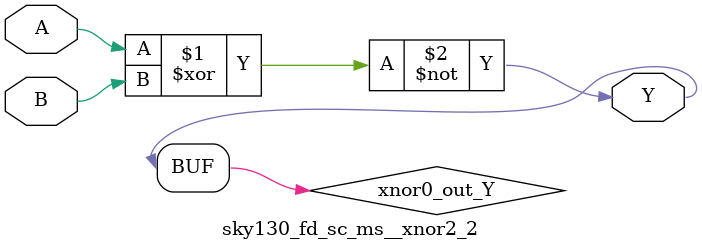
<source format=v>
/*
 * Copyright 2020 The SkyWater PDK Authors
 *
 * Licensed under the Apache License, Version 2.0 (the "License");
 * you may not use this file except in compliance with the License.
 * You may obtain a copy of the License at
 *
 *     https://www.apache.org/licenses/LICENSE-2.0
 *
 * Unless required by applicable law or agreed to in writing, software
 * distributed under the License is distributed on an "AS IS" BASIS,
 * WITHOUT WARRANTIES OR CONDITIONS OF ANY KIND, either express or implied.
 * See the License for the specific language governing permissions and
 * limitations under the License.
 *
 * SPDX-License-Identifier: Apache-2.0
*/


`ifndef SKY130_FD_SC_MS__XNOR2_2_FUNCTIONAL_V
`define SKY130_FD_SC_MS__XNOR2_2_FUNCTIONAL_V

/**
 * xnor2: 2-input exclusive NOR.
 *
 *        Y = !(A ^ B)
 *
 * Verilog simulation functional model.
 */

`timescale 1ns / 1ps
`default_nettype none

`celldefine
module sky130_fd_sc_ms__xnor2_2 (
    Y,
    A,
    B
);

    // Module ports
    output Y;
    input  A;
    input  B;

    // Local signals
    wire xnor0_out_Y;

    //   Name   Output       Other arguments
    xnor xnor0 (xnor0_out_Y, A, B           );
    buf  buf0  (Y          , xnor0_out_Y    );

endmodule
`endcelldefine

`default_nettype wire
`endif  // SKY130_FD_SC_MS__XNOR2_2_FUNCTIONAL_V

</source>
